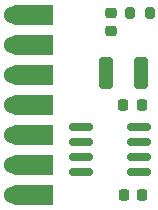
<source format=gts>
G04 #@! TF.GenerationSoftware,KiCad,Pcbnew,(6.0.8)*
G04 #@! TF.CreationDate,2023-05-03T15:07:12+02:00*
G04 #@! TF.ProjectId,18_Mesure_Courant,31385f4d-6573-4757-9265-5f436f757261,rev?*
G04 #@! TF.SameCoordinates,Original*
G04 #@! TF.FileFunction,Soldermask,Top*
G04 #@! TF.FilePolarity,Negative*
%FSLAX46Y46*%
G04 Gerber Fmt 4.6, Leading zero omitted, Abs format (unit mm)*
G04 Created by KiCad (PCBNEW (6.0.8)) date 2023-05-03 15:07:12*
%MOMM*%
%LPD*%
G01*
G04 APERTURE LIST*
G04 Aperture macros list*
%AMRoundRect*
0 Rectangle with rounded corners*
0 $1 Rounding radius*
0 $2 $3 $4 $5 $6 $7 $8 $9 X,Y pos of 4 corners*
0 Add a 4 corners polygon primitive as box body*
4,1,4,$2,$3,$4,$5,$6,$7,$8,$9,$2,$3,0*
0 Add four circle primitives for the rounded corners*
1,1,$1+$1,$2,$3*
1,1,$1+$1,$4,$5*
1,1,$1+$1,$6,$7*
1,1,$1+$1,$8,$9*
0 Add four rect primitives between the rounded corners*
20,1,$1+$1,$2,$3,$4,$5,0*
20,1,$1+$1,$4,$5,$6,$7,0*
20,1,$1+$1,$6,$7,$8,$9,0*
20,1,$1+$1,$8,$9,$2,$3,0*%
%AMFreePoly0*
4,1,19,2.294749,0.844703,2.473926,0.804652,2.640323,0.727060,2.786177,0.615546,2.904682,0.475314,2.990310,0.312906,3.039066,0.135899,3.048675,-0.047448,3.018688,-0.228582,2.950505,-0.399051,2.847308,-0.550902,2.713909,-0.677050,2.556534,-0.771611,2.382525,-0.830171,2.200000,-0.850000,-0.850000,-0.850000,-0.850000,0.850000,2.200000,0.850000,2.294749,0.844703,2.294749,0.844703,
$1*%
G04 Aperture macros list end*
%ADD10RoundRect,0.200000X0.200000X0.275000X-0.200000X0.275000X-0.200000X-0.275000X0.200000X-0.275000X0*%
%ADD11RoundRect,0.225000X0.225000X0.250000X-0.225000X0.250000X-0.225000X-0.250000X0.225000X-0.250000X0*%
%ADD12RoundRect,0.250000X0.325000X1.100000X-0.325000X1.100000X-0.325000X-1.100000X0.325000X-1.100000X0*%
%ADD13RoundRect,0.150000X-0.825000X-0.150000X0.825000X-0.150000X0.825000X0.150000X-0.825000X0.150000X0*%
%ADD14FreePoly0,180.000000*%
%ADD15C,1.524000*%
%ADD16RoundRect,0.225000X-0.250000X0.225000X-0.250000X-0.225000X0.250000X-0.225000X0.250000X0.225000X0*%
G04 APERTURE END LIST*
D10*
X113194600Y-65862200D03*
X111544600Y-65862200D03*
D11*
X112515000Y-73640000D03*
X110965000Y-73640000D03*
D12*
X112415000Y-70940000D03*
X109465000Y-70940000D03*
D11*
X112535000Y-81280000D03*
X110985000Y-81280000D03*
D13*
X107365000Y-75535000D03*
X107365000Y-76805000D03*
X107365000Y-78075000D03*
X107365000Y-79345000D03*
X112315000Y-79345000D03*
X112315000Y-78075000D03*
X112315000Y-76805000D03*
X112315000Y-75535000D03*
D14*
X104140000Y-66040000D03*
D15*
X101600000Y-66040000D03*
X101600000Y-68580000D03*
D14*
X104140000Y-68580000D03*
D15*
X101600000Y-71120000D03*
D14*
X104140000Y-71120000D03*
X104140000Y-73660000D03*
D15*
X101600000Y-73660000D03*
X101600000Y-76200000D03*
D14*
X104140000Y-76200000D03*
X104140000Y-78740000D03*
D15*
X101600000Y-78740000D03*
X101600000Y-81280000D03*
D14*
X104140000Y-81280000D03*
D16*
X109931200Y-65849200D03*
X109931200Y-67399200D03*
M02*

</source>
